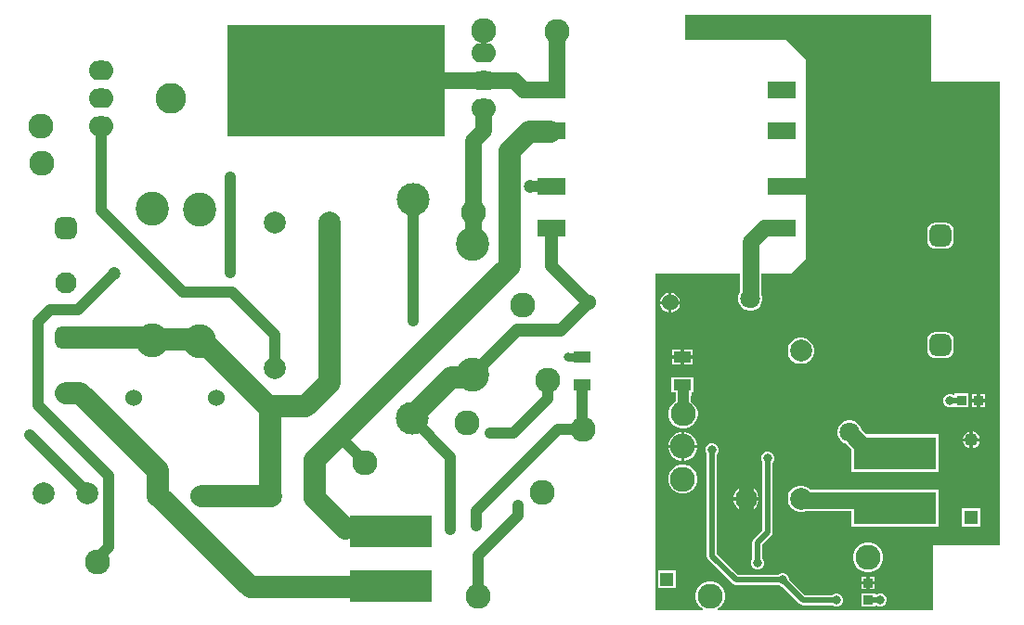
<source format=gbr>
%TF.GenerationSoftware,Altium Limited,Altium Designer,21.6.4 (81)*%
G04 Layer_Physical_Order=1*
G04 Layer_Color=255*
%FSLAX43Y43*%
%MOMM*%
%TF.SameCoordinates,100B324C-8CEB-4A13-B8D1-7C84912F4746*%
%TF.FilePolarity,Positive*%
%TF.FileFunction,Copper,L1,Top,Signal*%
%TF.Part,Single*%
G01*
G75*
%TA.AperFunction,TestPad*%
%ADD10R,7.500X3.000*%
%ADD11R,0.900X0.850*%
%ADD12R,1.600X1.000*%
%ADD13R,2.500X1.500*%
%ADD14R,0.850X0.900*%
%TA.AperFunction,Conductor*%
%ADD15C,2.000*%
%ADD16C,1.500*%
%ADD17C,1.000*%
%ADD18C,0.500*%
%ADD19C,1.200*%
%ADD20C,0.800*%
%ADD21R,1.881X5.156*%
%ADD22R,1.395X4.040*%
%ADD23R,3.522X3.251*%
%ADD24R,3.333X3.701*%
%ADD25R,3.724X3.766*%
%ADD26R,2.718X4.191*%
%ADD27R,19.812X10.160*%
%ADD28R,2.528X2.957*%
%TA.AperFunction,ComponentPad*%
%ADD29C,2.000*%
%TA.AperFunction,TestPad*%
%ADD30C,2.000*%
%ADD31C,2.286*%
%TA.AperFunction,ComponentPad*%
%ADD32C,3.000*%
%TA.AperFunction,TestPad*%
%ADD33C,1.524*%
%TA.AperFunction,ComponentPad*%
%ADD34C,2.286*%
%ADD35O,3.000X3.100*%
%TA.AperFunction,TestPad*%
G04:AMPARAMS|DCode=36|XSize=1.95mm|YSize=1.95mm|CornerRadius=0.488mm|HoleSize=0mm|Usage=FLASHONLY|Rotation=270.000|XOffset=0mm|YOffset=0mm|HoleType=Round|Shape=RoundedRectangle|*
%AMROUNDEDRECTD36*
21,1,1.950,0.975,0,0,270.0*
21,1,0.975,1.950,0,0,270.0*
1,1,0.975,-0.488,-0.488*
1,1,0.975,-0.488,0.488*
1,1,0.975,0.488,0.488*
1,1,0.975,0.488,-0.488*
%
%ADD36ROUNDEDRECTD36*%
%ADD37C,1.950*%
%ADD38O,2.286X1.778*%
%ADD39C,4.572*%
%TA.AperFunction,ComponentPad*%
%ADD40C,2.794*%
%ADD41O,2.286X1.778*%
%TA.AperFunction,TestPad*%
%ADD42R,1.200X1.200*%
%ADD43C,1.200*%
%ADD44R,1.250X1.250*%
%ADD45C,1.250*%
%TA.AperFunction,ViaPad*%
%ADD46C,0.800*%
%ADD47C,1.800*%
%ADD48C,1.200*%
G36*
X84404Y48630D02*
X84455Y48579D01*
X90667D01*
X90667Y6272D01*
X84545D01*
Y331D01*
X64945Y326D01*
X64911Y453D01*
X65061Y540D01*
X65311Y790D01*
X65488Y1096D01*
X65580Y1437D01*
Y1791D01*
X65488Y2133D01*
X65311Y2439D01*
X65061Y2689D01*
X64755Y2866D01*
X64413Y2957D01*
X64060D01*
X63718Y2866D01*
X63412Y2689D01*
X63162Y2439D01*
X62985Y2133D01*
X62894Y1791D01*
Y1437D01*
X62985Y1096D01*
X63162Y790D01*
X63412Y540D01*
X63562Y453D01*
X63528Y326D01*
X59323Y325D01*
X59233Y414D01*
Y530D01*
Y31090D01*
X66970D01*
Y29353D01*
X66869Y29177D01*
X66794Y28898D01*
Y28608D01*
X66869Y28328D01*
X67014Y28077D01*
X67219Y27873D01*
X67470Y27728D01*
X67749Y27653D01*
X68039D01*
X68319Y27728D01*
X68570Y27873D01*
X68774Y28077D01*
X68919Y28328D01*
X68994Y28608D01*
Y28898D01*
X68919Y29177D01*
X68887Y29234D01*
Y31090D01*
X71645D01*
X72974Y32419D01*
Y38792D01*
X73101Y38809D01*
X73166Y38566D01*
X73337Y38271D01*
X73577Y38031D01*
X73872Y37860D01*
X74201Y37772D01*
X74221D01*
Y39065D01*
Y40358D01*
X74201D01*
X73872Y40270D01*
X73577Y40100D01*
X73337Y39859D01*
X73166Y39564D01*
X73101Y39321D01*
X72974Y39338D01*
Y50521D01*
X71145Y52349D01*
X61951Y52349D01*
X61951Y54667D01*
X84404D01*
Y48630D01*
D02*
G37*
%LPC*%
G36*
X85384Y40621D02*
Y39647D01*
X86359D01*
X86283Y39931D01*
X86135Y40187D01*
X85925Y40397D01*
X85669Y40545D01*
X85384Y40621D01*
D02*
G37*
G36*
X85084Y40621D02*
X84800Y40545D01*
X84544Y40397D01*
X84334Y40187D01*
X84186Y39931D01*
X84110Y39647D01*
X85084D01*
Y40621D01*
D02*
G37*
G36*
X74541Y40358D02*
X74521D01*
Y39215D01*
X75664D01*
Y39235D01*
X75576Y39564D01*
X75406Y39859D01*
X75165Y40100D01*
X74870Y40270D01*
X74541Y40358D01*
D02*
G37*
G36*
X86359Y39347D02*
X85384D01*
Y38372D01*
X85669Y38448D01*
X85925Y38596D01*
X86135Y38806D01*
X86283Y39062D01*
X86359Y39347D01*
D02*
G37*
G36*
X85084D02*
X84110D01*
X84186Y39062D01*
X84334Y38806D01*
X84544Y38596D01*
X84800Y38448D01*
X85084Y38372D01*
Y39347D01*
D02*
G37*
G36*
X75664Y38915D02*
X74521D01*
Y37772D01*
X74541D01*
X74870Y37860D01*
X75165Y38031D01*
X75406Y38271D01*
X75576Y38566D01*
X75664Y38895D01*
Y38915D01*
D02*
G37*
G36*
X85722Y35677D02*
X84747D01*
X84567Y35654D01*
X84400Y35585D01*
X84257Y35474D01*
X84146Y35331D01*
X84077Y35164D01*
X84053Y34984D01*
Y34009D01*
X84077Y33830D01*
X84146Y33662D01*
X84257Y33519D01*
X84400Y33409D01*
X84567Y33339D01*
X84747Y33316D01*
X85722D01*
X85901Y33339D01*
X86069Y33409D01*
X86212Y33519D01*
X86322Y33662D01*
X86392Y33830D01*
X86415Y34009D01*
Y34984D01*
X86392Y35164D01*
X86322Y35331D01*
X86212Y35474D01*
X86069Y35585D01*
X85901Y35654D01*
X85722Y35677D01*
D02*
G37*
G36*
X85384Y30639D02*
Y29665D01*
X86359D01*
X86283Y29949D01*
X86135Y30206D01*
X85925Y30415D01*
X85669Y30563D01*
X85384Y30639D01*
D02*
G37*
G36*
X85084Y30639D02*
X84800Y30563D01*
X84544Y30415D01*
X84334Y30206D01*
X84186Y29949D01*
X84110Y29665D01*
X85084D01*
Y30639D01*
D02*
G37*
G36*
X60711Y29302D02*
Y28548D01*
X61465D01*
X61410Y28750D01*
X61290Y28958D01*
X61121Y29127D01*
X60913Y29247D01*
X60711Y29302D01*
D02*
G37*
G36*
X60411D02*
X60209Y29247D01*
X60001Y29127D01*
X59831Y28958D01*
X59711Y28750D01*
X59657Y28548D01*
X60411D01*
Y29302D01*
D02*
G37*
G36*
X85084Y29365D02*
X84110D01*
X84186Y29081D01*
X84334Y28824D01*
X84544Y28615D01*
X84800Y28466D01*
X85084Y28390D01*
Y29365D01*
D02*
G37*
G36*
X86359D02*
X85384D01*
Y28390D01*
X85669Y28466D01*
X85925Y28615D01*
X86135Y28824D01*
X86283Y29081D01*
X86359Y29365D01*
D02*
G37*
G36*
X61465Y28248D02*
X60711D01*
Y27494D01*
X60913Y27548D01*
X61121Y27668D01*
X61290Y27838D01*
X61410Y28046D01*
X61465Y28248D01*
D02*
G37*
G36*
X60411D02*
X59657D01*
X59711Y28046D01*
X59831Y27838D01*
X60001Y27668D01*
X60209Y27548D01*
X60411Y27494D01*
Y28248D01*
D02*
G37*
G36*
X67651Y25150D02*
X67650D01*
Y24150D01*
X68650D01*
Y24151D01*
X68572Y24444D01*
X68420Y24706D01*
X68206Y24920D01*
X67944Y25072D01*
X67651Y25150D01*
D02*
G37*
G36*
X67350D02*
X67349D01*
X67056Y25072D01*
X66794Y24920D01*
X66580Y24706D01*
X66428Y24444D01*
X66350Y24151D01*
Y24150D01*
X67350D01*
Y25150D01*
D02*
G37*
G36*
X62624Y24094D02*
X61824D01*
Y23594D01*
X62624D01*
Y24094D01*
D02*
G37*
G36*
X61524D02*
X60724D01*
Y23594D01*
X61524D01*
Y24094D01*
D02*
G37*
G36*
X85722Y25696D02*
X84747D01*
X84567Y25672D01*
X84400Y25603D01*
X84257Y25493D01*
X84146Y25349D01*
X84077Y25182D01*
X84053Y25002D01*
Y24027D01*
X84077Y23848D01*
X84146Y23681D01*
X84257Y23537D01*
X84400Y23427D01*
X84567Y23358D01*
X84747Y23334D01*
X85722D01*
X85901Y23358D01*
X86069Y23427D01*
X86212Y23537D01*
X86322Y23681D01*
X86392Y23848D01*
X86415Y24027D01*
Y25002D01*
X86392Y25182D01*
X86322Y25349D01*
X86212Y25493D01*
X86069Y25603D01*
X85901Y25672D01*
X85722Y25696D01*
D02*
G37*
G36*
X68650Y23850D02*
X67650D01*
Y22850D01*
X67651D01*
X67944Y22928D01*
X68206Y23080D01*
X68420Y23294D01*
X68572Y23556D01*
X68650Y23849D01*
Y23850D01*
D02*
G37*
G36*
X67350D02*
X66350D01*
Y23849D01*
X66428Y23556D01*
X66580Y23294D01*
X66794Y23080D01*
X67056Y22928D01*
X67349Y22850D01*
X67350D01*
Y23850D01*
D02*
G37*
G36*
X72658Y25200D02*
X72342D01*
X72037Y25118D01*
X71763Y24960D01*
X71540Y24737D01*
X71382Y24463D01*
X71300Y24158D01*
Y23842D01*
X71382Y23537D01*
X71540Y23263D01*
X71763Y23040D01*
X72037Y22882D01*
X72342Y22800D01*
X72658D01*
X72963Y22882D01*
X73237Y23040D01*
X73460Y23263D01*
X73618Y23537D01*
X73700Y23842D01*
Y24158D01*
X73618Y24463D01*
X73460Y24737D01*
X73237Y24960D01*
X72963Y25118D01*
X72658Y25200D01*
D02*
G37*
G36*
X62624Y23294D02*
X61824D01*
Y22794D01*
X62624D01*
Y23294D01*
D02*
G37*
G36*
X61524D02*
X60724D01*
Y22794D01*
X61524D01*
Y23294D01*
D02*
G37*
G36*
X87776Y20124D02*
X86526D01*
Y20075D01*
X86511Y20058D01*
X86399Y20001D01*
X86223Y20074D01*
X85984D01*
X85764Y19982D01*
X85595Y19814D01*
X85504Y19593D01*
Y19354D01*
X85595Y19134D01*
X85764Y18965D01*
X85984Y18874D01*
X86223D01*
X86399Y18947D01*
X86511Y18890D01*
X86526Y18872D01*
Y18824D01*
X87776D01*
Y20124D01*
D02*
G37*
G36*
X89276Y20074D02*
X88851D01*
Y19624D01*
X89276D01*
Y20074D01*
D02*
G37*
G36*
X88551D02*
X88126D01*
Y19624D01*
X88551D01*
Y20074D01*
D02*
G37*
G36*
X89276Y19324D02*
X88851D01*
Y18874D01*
X89276D01*
Y19324D01*
D02*
G37*
G36*
X88551D02*
X88126D01*
Y18874D01*
X88551D01*
Y19324D01*
D02*
G37*
G36*
X62674Y21604D02*
X60674D01*
Y20204D01*
X61089D01*
Y19971D01*
X61081Y19909D01*
Y19402D01*
X60923Y19311D01*
X60673Y19061D01*
X60496Y18754D01*
X60404Y18413D01*
Y18059D01*
X60496Y17718D01*
X60673Y17411D01*
X60923Y17161D01*
X61229Y16985D01*
X61571Y16893D01*
X61924D01*
X62266Y16985D01*
X62572Y17161D01*
X62822Y17411D01*
X62999Y17718D01*
X63090Y18059D01*
Y18413D01*
X62999Y18754D01*
X62822Y19061D01*
X62572Y19311D01*
X62493Y19356D01*
Y19855D01*
X62501Y19917D01*
Y20204D01*
X62674D01*
Y21604D01*
D02*
G37*
G36*
X88186Y16631D02*
Y16019D01*
X88799D01*
X88759Y16168D01*
X88657Y16345D01*
X88512Y16489D01*
X88336Y16591D01*
X88186Y16631D01*
D02*
G37*
G36*
X87886Y16631D02*
X87737Y16591D01*
X87561Y16489D01*
X87416Y16345D01*
X87314Y16168D01*
X87274Y16019D01*
X87886D01*
Y16631D01*
D02*
G37*
G36*
X61892Y16558D02*
X61872D01*
Y15415D01*
X63015D01*
Y15436D01*
X62927Y15764D01*
X62757Y16059D01*
X62516Y16300D01*
X62221Y16470D01*
X61892Y16558D01*
D02*
G37*
G36*
X61572D02*
X61552D01*
X61223Y16470D01*
X60928Y16300D01*
X60687Y16059D01*
X60517Y15764D01*
X60429Y15436D01*
Y15415D01*
X61572D01*
Y16558D01*
D02*
G37*
G36*
X87886Y15719D02*
X87274D01*
X87314Y15570D01*
X87416Y15393D01*
X87561Y15249D01*
X87737Y15147D01*
X87886Y15107D01*
Y15719D01*
D02*
G37*
G36*
X88799D02*
X88186D01*
Y15107D01*
X88336Y15147D01*
X88512Y15249D01*
X88657Y15393D01*
X88759Y15570D01*
X88799Y15719D01*
D02*
G37*
G36*
X63015Y15115D02*
X61872D01*
Y13972D01*
X61892D01*
X62221Y14061D01*
X62516Y14231D01*
X62757Y14471D01*
X62927Y14766D01*
X63015Y15095D01*
Y15115D01*
D02*
G37*
G36*
X61572D02*
X60429D01*
Y15095D01*
X60517Y14766D01*
X60687Y14471D01*
X60928Y14231D01*
X61223Y14061D01*
X61552Y13972D01*
X61572D01*
Y15115D01*
D02*
G37*
G36*
X77081Y17655D02*
X76792D01*
X76512Y17580D01*
X76261Y17435D01*
X76056Y17231D01*
X75912Y16980D01*
X75837Y16700D01*
Y16410D01*
X75912Y16131D01*
X76056Y15880D01*
X76261Y15675D01*
X76512Y15530D01*
X76643Y15495D01*
X77127Y15012D01*
Y12967D01*
X85027D01*
Y16367D01*
X78482D01*
X77996Y16853D01*
X77962Y16980D01*
X77817Y17231D01*
X77612Y17435D01*
X77361Y17580D01*
X77081Y17655D01*
D02*
G37*
G36*
X61899Y13637D02*
X61545D01*
X61204Y13545D01*
X60897Y13368D01*
X60647Y13118D01*
X60471Y12812D01*
X60379Y12470D01*
Y12117D01*
X60471Y11775D01*
X60647Y11469D01*
X60897Y11219D01*
X61204Y11042D01*
X61545Y10951D01*
X61899D01*
X62240Y11042D01*
X62547Y11219D01*
X62797Y11469D01*
X62973Y11775D01*
X63065Y12117D01*
Y12470D01*
X62973Y12812D01*
X62797Y13118D01*
X62547Y13368D01*
X62240Y13545D01*
X61899Y13637D01*
D02*
G37*
G36*
X67651Y11650D02*
X67650D01*
Y10650D01*
X68650D01*
Y10651D01*
X68572Y10944D01*
X68420Y11206D01*
X68206Y11420D01*
X67944Y11572D01*
X67651Y11650D01*
D02*
G37*
G36*
X67350D02*
X67349D01*
X67056Y11572D01*
X66794Y11420D01*
X66580Y11206D01*
X66428Y10944D01*
X66350Y10651D01*
Y10650D01*
X67350D01*
Y11650D01*
D02*
G37*
G36*
X68650Y10350D02*
X67650D01*
Y9350D01*
X67651D01*
X67944Y9428D01*
X68206Y9580D01*
X68420Y9794D01*
X68572Y10056D01*
X68650Y10349D01*
Y10350D01*
D02*
G37*
G36*
X67350D02*
X66350D01*
Y10349D01*
X66428Y10056D01*
X66580Y9794D01*
X66794Y9580D01*
X67056Y9428D01*
X67349Y9350D01*
X67350D01*
Y10350D01*
D02*
G37*
G36*
X60436Y8935D02*
Y8349D01*
X61022D01*
X60985Y8489D01*
X60886Y8660D01*
X60746Y8799D01*
X60575Y8898D01*
X60436Y8935D01*
D02*
G37*
G36*
X60136D02*
X59996Y8898D01*
X59825Y8799D01*
X59686Y8660D01*
X59587Y8489D01*
X59549Y8349D01*
X60136D01*
Y8935D01*
D02*
G37*
G36*
X72658Y11700D02*
X72342D01*
X72037Y11618D01*
X71763Y11460D01*
X71540Y11237D01*
X71382Y10963D01*
X71300Y10658D01*
Y10342D01*
X71382Y10037D01*
X71540Y9763D01*
X71763Y9540D01*
X72037Y9382D01*
X72342Y9300D01*
X72658D01*
X72963Y9382D01*
X72982Y9393D01*
X73006Y9389D01*
X77127D01*
Y7967D01*
X85027D01*
Y11367D01*
X77127D01*
Y11306D01*
X73391D01*
X73237Y11460D01*
X72963Y11618D01*
X72658Y11700D01*
D02*
G37*
G36*
X88861Y9594D02*
X87211D01*
Y7944D01*
X88861D01*
Y9594D01*
D02*
G37*
G36*
X61022Y8049D02*
X60436D01*
Y7463D01*
X60575Y7500D01*
X60746Y7599D01*
X60886Y7739D01*
X60985Y7910D01*
X61022Y8049D01*
D02*
G37*
G36*
X60136D02*
X59549D01*
X59587Y7910D01*
X59686Y7739D01*
X59825Y7599D01*
X59996Y7500D01*
X60136Y7463D01*
Y8049D01*
D02*
G37*
G36*
X60436Y6395D02*
Y5809D01*
X61022D01*
X60985Y5949D01*
X60886Y6120D01*
X60746Y6259D01*
X60575Y6358D01*
X60436Y6395D01*
D02*
G37*
G36*
X60136D02*
X59996Y6358D01*
X59825Y6259D01*
X59686Y6120D01*
X59587Y5949D01*
X59549Y5809D01*
X60136D01*
Y6395D01*
D02*
G37*
G36*
X61022Y5509D02*
X60436D01*
Y4923D01*
X60575Y4960D01*
X60746Y5059D01*
X60886Y5199D01*
X60985Y5370D01*
X61022Y5509D01*
D02*
G37*
G36*
X60136D02*
X59549D01*
X59587Y5370D01*
X59686Y5199D01*
X59825Y5059D01*
X59996Y4960D01*
X60136Y4923D01*
Y5509D01*
D02*
G37*
G36*
X69571Y14773D02*
X69332D01*
X69112Y14682D01*
X68943Y14513D01*
X68852Y14292D01*
Y14054D01*
X68943Y13833D01*
X69010Y13766D01*
Y7632D01*
X68205Y6827D01*
X68105Y6678D01*
X68070Y6502D01*
Y5013D01*
X68021Y4963D01*
X67929Y4742D01*
Y4503D01*
X68021Y4283D01*
X68189Y4114D01*
X68410Y4023D01*
X68649D01*
X68869Y4114D01*
X69038Y4283D01*
X69129Y4503D01*
Y4742D01*
X69038Y4963D01*
X68988Y5013D01*
Y6312D01*
X69793Y7118D01*
X69893Y7267D01*
X69928Y7442D01*
Y13801D01*
X69960Y13833D01*
X70052Y14054D01*
Y14292D01*
X69960Y14513D01*
X69791Y14682D01*
X69571Y14773D01*
D02*
G37*
G36*
X78790Y6502D02*
X78436D01*
X78095Y6411D01*
X77788Y6234D01*
X77538Y5984D01*
X77362Y5678D01*
X77270Y5336D01*
Y4982D01*
X77362Y4641D01*
X77538Y4335D01*
X77788Y4085D01*
X78095Y3908D01*
X78436Y3816D01*
X78790D01*
X79131Y3908D01*
X79438Y4085D01*
X79688Y4335D01*
X79864Y4641D01*
X79956Y4982D01*
Y5336D01*
X79864Y5678D01*
X79688Y5984D01*
X79438Y6234D01*
X79131Y6411D01*
X78790Y6502D01*
D02*
G37*
G36*
X79244Y3386D02*
X78794D01*
Y2961D01*
X79244D01*
Y3386D01*
D02*
G37*
G36*
X78494D02*
X78044D01*
Y2961D01*
X78494D01*
Y3386D01*
D02*
G37*
G36*
X61086Y3919D02*
X59486D01*
Y2319D01*
X61086D01*
Y3919D01*
D02*
G37*
G36*
X79244Y2661D02*
X78794D01*
Y2236D01*
X79244D01*
Y2661D01*
D02*
G37*
G36*
X78494D02*
X78044D01*
Y2236D01*
X78494D01*
Y2661D01*
D02*
G37*
G36*
X79294Y1886D02*
X77994D01*
Y636D01*
X79294D01*
Y688D01*
X79335Y719D01*
X79421Y756D01*
X79617Y674D01*
X79855D01*
X80076Y766D01*
X80245Y935D01*
X80336Y1155D01*
Y1394D01*
X80245Y1614D01*
X80076Y1783D01*
X79855Y1874D01*
X79617D01*
X79421Y1793D01*
X79335Y1830D01*
X79294Y1860D01*
Y1886D01*
D02*
G37*
G36*
X64483Y15535D02*
X64244D01*
X64024Y15444D01*
X63855Y15275D01*
X63764Y15055D01*
Y14816D01*
X63855Y14595D01*
X63905Y14545D01*
Y5272D01*
X63940Y5097D01*
X64039Y4948D01*
X66238Y2749D01*
X66387Y2650D01*
X66562Y2615D01*
X70448D01*
X70498Y2565D01*
X70719Y2474D01*
X70789D01*
X72347Y916D01*
X72496Y817D01*
X72671Y782D01*
X75353D01*
X75403Y732D01*
X75623Y640D01*
X75862D01*
X76083Y732D01*
X76251Y901D01*
X76343Y1121D01*
Y1360D01*
X76251Y1580D01*
X76083Y1749D01*
X75862Y1840D01*
X75623D01*
X75403Y1749D01*
X75353Y1699D01*
X72861D01*
X71438Y3123D01*
Y3193D01*
X71347Y3414D01*
X71178Y3583D01*
X70957Y3674D01*
X70719D01*
X70498Y3583D01*
X70448Y3533D01*
X66752D01*
X64822Y5462D01*
Y14545D01*
X64872Y14595D01*
X64964Y14816D01*
Y15055D01*
X64872Y15275D01*
X64703Y15444D01*
X64483Y15535D01*
D02*
G37*
%LPD*%
D10*
X35103Y2519D02*
D03*
Y7519D02*
D03*
X81077Y9667D02*
D03*
Y14667D02*
D03*
D11*
X78644Y1261D02*
D03*
Y2811D02*
D03*
D12*
X61674Y20904D02*
D03*
X52524Y23444D02*
D03*
X61674D02*
D03*
X52524Y20904D02*
D03*
D13*
X49774Y38989D02*
D03*
Y47829D02*
D03*
Y35229D02*
D03*
Y44069D02*
D03*
X70774Y38989D02*
D03*
Y35229D02*
D03*
Y44069D02*
D03*
Y47829D02*
D03*
D14*
X88701Y19474D02*
D03*
X87151D02*
D03*
D15*
X23876Y18974D02*
X24140Y18709D01*
X18513Y24336D02*
X23876Y18974D01*
X13335Y24963D02*
X13373Y24924D01*
X13126Y25171D02*
X13335Y24963D01*
X30209Y16027D02*
X45949Y31767D01*
Y42189D02*
X47734Y43975D01*
X45949Y31767D02*
Y42189D01*
X6733Y20171D02*
X13818Y13087D01*
Y10795D02*
Y13087D01*
Y10795D02*
X13868Y10744D01*
X5500Y20171D02*
X6733D01*
X22297Y2426D02*
X35638D01*
X29486Y22384D02*
Y35738D01*
Y21104D02*
Y22384D01*
X28194Y14013D02*
X30209Y16027D01*
X37059Y17984D02*
X40622Y21546D01*
X42329D02*
X42570Y21788D01*
X40622Y21546D02*
X42329D01*
X27356Y18974D02*
X29486Y21104D01*
X23876Y18974D02*
X27356D01*
X17678Y24886D02*
X17899D01*
X18449Y24336D01*
X18513D01*
X24105Y10783D02*
X24194Y10693D01*
X24105Y10783D02*
Y18460D01*
X17919Y10693D02*
X24194D01*
X17868Y10744D02*
X17919Y10693D01*
X13385Y25013D02*
X17552D01*
X5500Y25171D02*
X13126D01*
X28194Y10693D02*
Y14013D01*
Y10583D02*
X30997Y7780D01*
X47734Y43975D02*
X49680D01*
X13979Y10744D02*
X22297Y2426D01*
D16*
X13773Y10840D02*
Y11193D01*
X13640Y11326D02*
X13773Y11193D01*
Y10840D02*
X13868Y10744D01*
X70774Y38989D02*
X74295D01*
X46380Y48692D02*
X47243Y47829D01*
X23364Y48692D02*
X46380D01*
X76938Y16555D02*
X78827Y14667D01*
X76937Y16555D02*
X76938D01*
X78827Y14667D02*
X81077D01*
X72500Y10500D02*
X72596Y10404D01*
X72949D02*
X73006Y10348D01*
X80396D02*
X81077Y9667D01*
X72596Y10404D02*
X72949D01*
X73006Y10348D02*
X80396D01*
X69189Y35229D02*
X70774D01*
X67929Y28660D02*
Y33969D01*
X69189Y35229D01*
X42674Y33813D02*
Y36624D01*
X42621Y36677D02*
Y43180D01*
X43557Y44116D02*
Y46152D01*
X42621Y43180D02*
X43557Y44116D01*
X50241Y47829D02*
Y53111D01*
X47243Y47829D02*
X50274D01*
D17*
X9398Y6059D02*
Y12573D01*
X2921Y19050D02*
X9398Y12573D01*
X8382Y5043D02*
X9398Y6059D01*
X8382Y4695D02*
Y5043D01*
X35284Y7780D02*
X35662Y7402D01*
X30997Y7780D02*
X35284D01*
X2921Y26645D02*
X4039Y27762D01*
X6600D02*
X9881Y31043D01*
X4039Y27762D02*
X6600D01*
X2184Y16307D02*
X7417Y11074D01*
X2921Y19050D02*
Y26645D01*
X20486Y31115D02*
Y39853D01*
X40538Y7657D02*
Y14332D01*
X37059Y17811D02*
X40538Y14332D01*
X44168Y16459D02*
X46248D01*
X49454Y19665D02*
Y21311D01*
X46248Y16459D02*
X49454Y19665D01*
X37109Y26756D02*
Y37786D01*
X46679Y8932D02*
Y9929D01*
X43025Y5279D02*
X46679Y8932D01*
X43025Y1602D02*
Y5279D01*
X42926Y8052D02*
Y9413D01*
X50302Y16789D02*
X52603D01*
X42926Y9413D02*
X50302Y16789D01*
X52578Y16971D02*
Y20654D01*
X20599Y29337D02*
X24486Y25451D01*
X8687Y36779D02*
X16129Y29337D01*
X20599D01*
X24486Y22384D02*
Y25451D01*
X8687Y36779D02*
Y44475D01*
X61787Y18713D02*
Y19909D01*
X61795Y19917D02*
Y20853D01*
X61787Y19909D02*
X61795Y19917D01*
X47803Y39014D02*
X49749D01*
X49774Y38989D01*
X30543Y16027D02*
X32741Y13830D01*
X30209Y16027D02*
X30543D01*
X49680Y43975D02*
X49774Y44069D01*
D18*
X7417Y10947D02*
Y11074D01*
X46679Y9929D02*
X46736Y9986D01*
X52524Y20904D02*
X52578Y20654D01*
X64364Y5272D02*
Y14935D01*
Y5272D02*
X66562Y3074D01*
X70838D01*
X79730Y1268D02*
X79736Y1274D01*
X78684Y1246D02*
X78707Y1268D01*
X79730D01*
X69469Y7442D02*
Y14156D01*
X69452Y14173D02*
X69469Y14156D01*
X68529Y6502D02*
X69469Y7442D01*
X68529Y4623D02*
Y6502D01*
X75743Y1240D02*
X75768D01*
X72671D02*
X75743D01*
X70838Y3074D02*
X72671Y1240D01*
X86104Y19474D02*
X87151D01*
D19*
X37059Y17811D02*
Y17984D01*
X53061Y28335D02*
Y28423D01*
X46638Y25855D02*
X50620D01*
X52899Y28134D02*
Y28173D01*
X53061Y28335D01*
X50620Y25855D02*
X52899Y28134D01*
X49774Y31709D02*
X53061Y28423D01*
X49774Y31709D02*
Y35229D01*
X42570Y21788D02*
X46638Y25855D01*
D20*
X51257Y23409D02*
X52626D01*
X52688Y23471D01*
D21*
X60263Y7023D02*
D03*
D22*
X67492Y10453D02*
D03*
D23*
X67249Y23927D02*
D03*
D24*
X85004Y29544D02*
D03*
D25*
X85285Y39615D02*
D03*
D26*
X74485Y39154D02*
D03*
D27*
X30095Y48691D02*
D03*
D28*
X85236Y29571D02*
D03*
D29*
X28194Y10693D02*
D03*
X24194D02*
D03*
X29486Y22384D02*
D03*
X24486D02*
D03*
X17868Y10744D02*
D03*
X13868D02*
D03*
X7417Y10947D02*
D03*
X3417D02*
D03*
X24486Y35738D02*
D03*
X29486D02*
D03*
D30*
X67500Y10500D02*
D03*
X72500D02*
D03*
Y24000D02*
D03*
X67500D02*
D03*
D31*
X61722Y12294D02*
D03*
X47158Y28198D02*
D03*
X42062Y17404D02*
D03*
X48946Y11049D02*
D03*
X52603Y16789D02*
D03*
X3226Y44475D02*
D03*
X32741Y13792D02*
D03*
X49454Y21311D02*
D03*
X78613Y5159D02*
D03*
X64237Y1614D02*
D03*
X74371Y39065D02*
D03*
X8382Y4695D02*
D03*
X3293Y41097D02*
D03*
X61747Y18236D02*
D03*
X43025Y1602D02*
D03*
D32*
X37059Y17811D02*
D03*
X37109Y37786D02*
D03*
D33*
X11693Y19694D02*
D03*
X19193Y19669D02*
D03*
X53061Y28423D02*
D03*
X60561Y28398D02*
D03*
D34*
X50241Y53111D02*
D03*
X43580Y53238D02*
D03*
X42674Y36624D02*
D03*
X61722Y15265D02*
D03*
D35*
X42570Y21788D02*
D03*
Y33788D02*
D03*
X17678Y24886D02*
D03*
Y36886D02*
D03*
X13335Y36963D02*
D03*
Y24963D02*
D03*
D36*
X5500Y25171D02*
D03*
X5500Y35175D02*
D03*
X85234Y34497D02*
D03*
X85234Y24515D02*
D03*
D37*
X5500Y20171D02*
D03*
X5500Y30175D02*
D03*
X85234Y39497D02*
D03*
X85234Y29515D02*
D03*
D38*
X43557Y51232D02*
D03*
Y48692D02*
D03*
Y46152D02*
D03*
D39*
X23364Y48692D02*
D03*
D40*
X15037Y47015D02*
D03*
D41*
X8687Y44475D02*
D03*
Y47015D02*
D03*
Y49555D02*
D03*
D42*
X60286Y3119D02*
D03*
D43*
Y5659D02*
D03*
Y8199D02*
D03*
D44*
X88036Y8769D02*
D03*
D45*
Y15869D02*
D03*
D46*
X20486Y39853D02*
D03*
Y31115D02*
D03*
X40538Y7657D02*
D03*
X51257Y23409D02*
D03*
X37109Y26756D02*
D03*
X44168Y16459D02*
D03*
X46736Y9986D02*
D03*
X42926Y8052D02*
D03*
X64364Y14935D02*
D03*
X79736Y1274D02*
D03*
X69452Y14173D02*
D03*
X68529Y4623D02*
D03*
X75743Y1240D02*
D03*
X70838Y3074D02*
D03*
X86104Y19474D02*
D03*
X2184Y16332D02*
D03*
D47*
X76937Y16555D02*
D03*
X67894Y28753D02*
D03*
D48*
X47803Y39014D02*
D03*
X9881Y31043D02*
D03*
%TF.MD5,4c4ec515bd649501d3433694f798cf37*%
M02*

</source>
